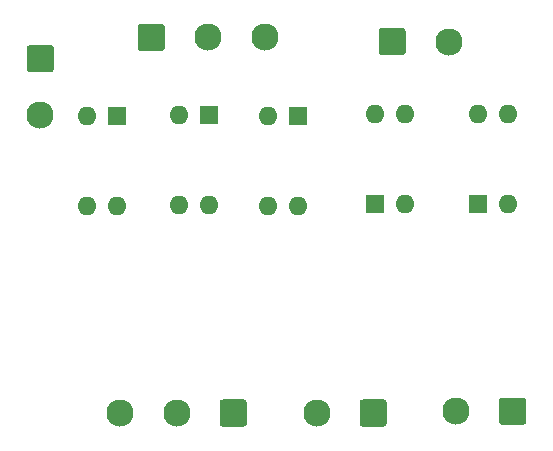
<source format=gbl>
%TF.GenerationSoftware,KiCad,Pcbnew,5.1.10*%
%TF.CreationDate,2021-12-10T15:57:17+01:00*%
%TF.ProjectId,PCB_PEE30 zonder mountingholes,5043425f-5045-4453-9330-207a6f6e6465,rev?*%
%TF.SameCoordinates,Original*%
%TF.FileFunction,Copper,L2,Bot*%
%TF.FilePolarity,Positive*%
%FSLAX46Y46*%
G04 Gerber Fmt 4.6, Leading zero omitted, Abs format (unit mm)*
G04 Created by KiCad (PCBNEW 5.1.10) date 2021-12-10 15:57:17*
%MOMM*%
%LPD*%
G01*
G04 APERTURE LIST*
%TA.AperFunction,ComponentPad*%
%ADD10C,2.300000*%
%TD*%
%TA.AperFunction,ComponentPad*%
%ADD11O,1.600000X1.600000*%
%TD*%
%TA.AperFunction,ComponentPad*%
%ADD12R,1.600000X1.600000*%
%TD*%
G04 APERTURE END LIST*
D10*
%TO.P,J1,2*%
%TO.N,GND1*%
X138700000Y-166150000D03*
%TO.P,J1,1*%
%TO.N,+3V3*%
%TA.AperFunction,ComponentPad*%
G36*
G01*
X144650000Y-165250000D02*
X144650000Y-167050000D01*
G75*
G02*
X144400000Y-167300000I-250000J0D01*
G01*
X142600000Y-167300000D01*
G75*
G02*
X142350000Y-167050000I0J250000D01*
G01*
X142350000Y-165250000D01*
G75*
G02*
X142600000Y-165000000I250000J0D01*
G01*
X144400000Y-165000000D01*
G75*
G02*
X144650000Y-165250000I0J-250000D01*
G01*
G37*
%TD.AperFunction*%
%TD*%
D11*
%TO.P,U8,4*%
%TO.N,Net-(R4-Pad2)*%
X152350000Y-140830000D03*
%TO.P,U8,2*%
%TO.N,GND1*%
X154890000Y-148450000D03*
%TO.P,U8,3*%
%TO.N,GNDS*%
X154890000Y-140830000D03*
D12*
%TO.P,U8,1*%
%TO.N,Net-(R3-Pad2)*%
X152350000Y-148450000D03*
%TD*%
D11*
%TO.P,U7,4*%
%TO.N,Net-(R2-Pad2)*%
X143650000Y-140830000D03*
%TO.P,U7,2*%
%TO.N,GND1*%
X146190000Y-148450000D03*
%TO.P,U7,3*%
%TO.N,GNDS*%
X146190000Y-140830000D03*
D12*
%TO.P,U7,1*%
%TO.N,Net-(R1-Pad2)*%
X143650000Y-148450000D03*
%TD*%
D11*
%TO.P,U4,4*%
%TO.N,In3*%
X137160000Y-148590000D03*
%TO.P,U4,2*%
%TO.N,GNDS*%
X134620000Y-140970000D03*
%TO.P,U4,3*%
%TO.N,GND1*%
X134620000Y-148590000D03*
D12*
%TO.P,U4,1*%
%TO.N,Net-(R10-Pad2)*%
X137160000Y-140970000D03*
%TD*%
D11*
%TO.P,U3,4*%
%TO.N,In1*%
X121770000Y-148590000D03*
%TO.P,U3,2*%
%TO.N,GNDS*%
X119230000Y-140970000D03*
%TO.P,U3,3*%
%TO.N,GND1*%
X119230000Y-148590000D03*
D12*
%TO.P,U3,1*%
%TO.N,Net-(R9-Pad2)*%
X121770000Y-140970000D03*
%TD*%
D11*
%TO.P,U2,4*%
%TO.N,In2*%
X129580000Y-148540000D03*
%TO.P,U2,2*%
%TO.N,GNDS*%
X127040000Y-140920000D03*
%TO.P,U2,3*%
%TO.N,GND1*%
X127040000Y-148540000D03*
D12*
%TO.P,U2,1*%
%TO.N,Net-(R8-Pad2)*%
X129580000Y-140920000D03*
%TD*%
D10*
%TO.P,TTL_Output1,2*%
%TO.N,Net-(R4-Pad2)*%
X149900000Y-134700000D03*
%TO.P,TTL_Output1,1*%
%TO.N,Net-(R2-Pad2)*%
%TA.AperFunction,ComponentPad*%
G36*
G01*
X143950000Y-135600000D02*
X143950000Y-133800000D01*
G75*
G02*
X144200000Y-133550000I250000J0D01*
G01*
X146000000Y-133550000D01*
G75*
G02*
X146250000Y-133800000I0J-250000D01*
G01*
X146250000Y-135600000D01*
G75*
G02*
X146000000Y-135850000I-250000J0D01*
G01*
X144200000Y-135850000D01*
G75*
G02*
X143950000Y-135600000I0J250000D01*
G01*
G37*
%TD.AperFunction*%
%TD*%
%TO.P,TTL_MSP-kant_2,2*%
%TO.N,Net-(R1-Pad1)*%
X150500000Y-166000000D03*
%TO.P,TTL_MSP-kant_2,1*%
%TO.N,Net-(R3-Pad1)*%
%TA.AperFunction,ComponentPad*%
G36*
G01*
X156450000Y-165100000D02*
X156450000Y-166900000D01*
G75*
G02*
X156200000Y-167150000I-250000J0D01*
G01*
X154400000Y-167150000D01*
G75*
G02*
X154150000Y-166900000I0J250000D01*
G01*
X154150000Y-165100000D01*
G75*
G02*
X154400000Y-164850000I250000J0D01*
G01*
X156200000Y-164850000D01*
G75*
G02*
X156450000Y-165100000I0J-250000D01*
G01*
G37*
%TD.AperFunction*%
%TD*%
%TO.P,TTL_MSP-kant_1,3*%
%TO.N,Out1*%
X122050000Y-166150000D03*
%TO.P,TTL_MSP-kant_1,2*%
%TO.N,Out2*%
X126850000Y-166150000D03*
%TO.P,TTL_MSP-kant_1,1*%
%TO.N,Out3*%
%TA.AperFunction,ComponentPad*%
G36*
G01*
X132800000Y-165250000D02*
X132800000Y-167050000D01*
G75*
G02*
X132550000Y-167300000I-250000J0D01*
G01*
X130750000Y-167300000D01*
G75*
G02*
X130500000Y-167050000I0J250000D01*
G01*
X130500000Y-165250000D01*
G75*
G02*
X130750000Y-165000000I250000J0D01*
G01*
X132550000Y-165000000D01*
G75*
G02*
X132800000Y-165250000I0J-250000D01*
G01*
G37*
%TD.AperFunction*%
%TD*%
%TO.P,J2,2*%
%TO.N,GNDS*%
X115316000Y-140944000D03*
%TO.P,J2,1*%
%TO.N,+3.3VP*%
%TA.AperFunction,ComponentPad*%
G36*
G01*
X114416000Y-134994000D02*
X116216000Y-134994000D01*
G75*
G02*
X116466000Y-135244000I0J-250000D01*
G01*
X116466000Y-137044000D01*
G75*
G02*
X116216000Y-137294000I-250000J0D01*
G01*
X114416000Y-137294000D01*
G75*
G02*
X114166000Y-137044000I0J250000D01*
G01*
X114166000Y-135244000D01*
G75*
G02*
X114416000Y-134994000I250000J0D01*
G01*
G37*
%TD.AperFunction*%
%TD*%
%TO.P,input_TTL1,3*%
%TO.N,Net-(R10-Pad1)*%
X134300000Y-134350000D03*
%TO.P,input_TTL1,2*%
%TO.N,Net-(R9-Pad1)*%
X129500000Y-134350000D03*
%TO.P,input_TTL1,1*%
%TO.N,Net-(R8-Pad1)*%
%TA.AperFunction,ComponentPad*%
G36*
G01*
X123550000Y-135250000D02*
X123550000Y-133450000D01*
G75*
G02*
X123800000Y-133200000I250000J0D01*
G01*
X125600000Y-133200000D01*
G75*
G02*
X125850000Y-133450000I0J-250000D01*
G01*
X125850000Y-135250000D01*
G75*
G02*
X125600000Y-135500000I-250000J0D01*
G01*
X123800000Y-135500000D01*
G75*
G02*
X123550000Y-135250000I0J250000D01*
G01*
G37*
%TD.AperFunction*%
%TD*%
M02*

</source>
